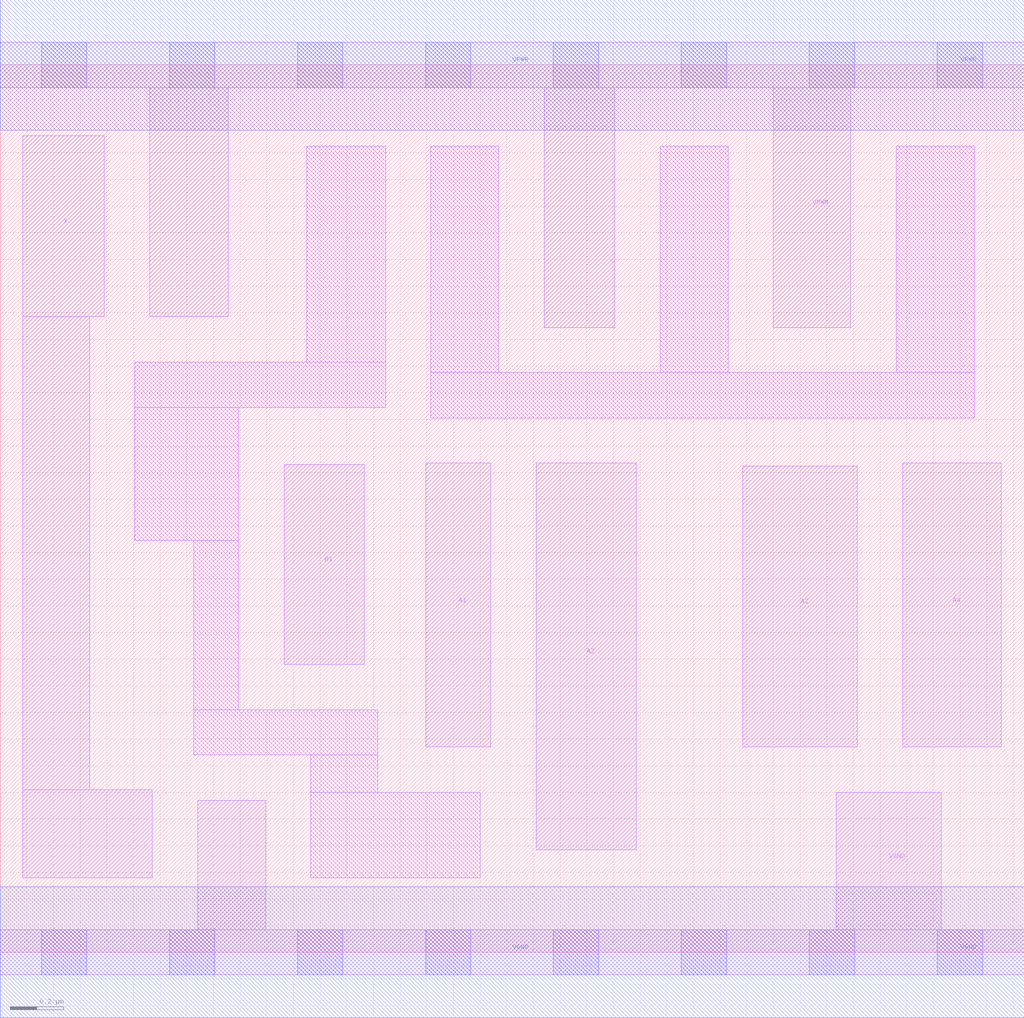
<source format=lef>
# Copyright 2020 The SkyWater PDK Authors
#
# Licensed under the Apache License, Version 2.0 (the "License");
# you may not use this file except in compliance with the License.
# You may obtain a copy of the License at
#
#     https://www.apache.org/licenses/LICENSE-2.0
#
# Unless required by applicable law or agreed to in writing, software
# distributed under the License is distributed on an "AS IS" BASIS,
# WITHOUT WARRANTIES OR CONDITIONS OF ANY KIND, either express or implied.
# See the License for the specific language governing permissions and
# limitations under the License.
#
# SPDX-License-Identifier: Apache-2.0

VERSION 5.7 ;
  NAMESCASESENSITIVE ON ;
  NOWIREEXTENSIONATPIN ON ;
  DIVIDERCHAR "/" ;
  BUSBITCHARS "[]" ;
UNITS
  DATABASE MICRONS 200 ;
END UNITS
MACRO sky130_fd_sc_lp__a41o_0
  CLASS CORE ;
  SOURCE USER ;
  FOREIGN sky130_fd_sc_lp__a41o_0 ;
  ORIGIN  0.000000  0.000000 ;
  SIZE  3.840000 BY  3.330000 ;
  SYMMETRY X Y R90 ;
  SITE unit ;
  PIN A1
    ANTENNAGATEAREA  0.159000 ;
    DIRECTION INPUT ;
    USE SIGNAL ;
    PORT
      LAYER li1 ;
        RECT 1.595000 0.770000 1.840000 1.835000 ;
    END
  END A1
  PIN A2
    ANTENNAGATEAREA  0.159000 ;
    DIRECTION INPUT ;
    USE SIGNAL ;
    PORT
      LAYER li1 ;
        RECT 2.010000 0.385000 2.385000 1.835000 ;
    END
  END A2
  PIN A3
    ANTENNAGATEAREA  0.159000 ;
    DIRECTION INPUT ;
    USE SIGNAL ;
    PORT
      LAYER li1 ;
        RECT 2.785000 0.770000 3.215000 1.825000 ;
    END
  END A3
  PIN A4
    ANTENNAGATEAREA  0.159000 ;
    DIRECTION INPUT ;
    USE SIGNAL ;
    PORT
      LAYER li1 ;
        RECT 3.385000 0.770000 3.755000 1.835000 ;
    END
  END A4
  PIN B1
    ANTENNAGATEAREA  0.159000 ;
    DIRECTION INPUT ;
    USE SIGNAL ;
    PORT
      LAYER li1 ;
        RECT 1.065000 1.080000 1.365000 1.830000 ;
    END
  END B1
  PIN X
    ANTENNADIFFAREA  0.280900 ;
    DIRECTION OUTPUT ;
    USE SIGNAL ;
    PORT
      LAYER li1 ;
        RECT 0.085000 0.280000 0.570000 0.610000 ;
        RECT 0.085000 0.610000 0.335000 2.385000 ;
        RECT 0.085000 2.385000 0.390000 3.065000 ;
    END
  END X
  PIN VGND
    DIRECTION INOUT ;
    USE GROUND ;
    PORT
      LAYER li1 ;
        RECT 0.000000 -0.085000 3.840000 0.085000 ;
        RECT 0.740000  0.085000 0.995000 0.570000 ;
        RECT 3.135000  0.085000 3.530000 0.600000 ;
      LAYER mcon ;
        RECT 0.155000 -0.085000 0.325000 0.085000 ;
        RECT 0.635000 -0.085000 0.805000 0.085000 ;
        RECT 1.115000 -0.085000 1.285000 0.085000 ;
        RECT 1.595000 -0.085000 1.765000 0.085000 ;
        RECT 2.075000 -0.085000 2.245000 0.085000 ;
        RECT 2.555000 -0.085000 2.725000 0.085000 ;
        RECT 3.035000 -0.085000 3.205000 0.085000 ;
        RECT 3.515000 -0.085000 3.685000 0.085000 ;
      LAYER met1 ;
        RECT 0.000000 -0.245000 3.840000 0.245000 ;
    END
  END VGND
  PIN VPWR
    DIRECTION INOUT ;
    USE POWER ;
    PORT
      LAYER li1 ;
        RECT 0.000000 3.245000 3.840000 3.415000 ;
        RECT 0.560000 2.385000 0.855000 3.245000 ;
        RECT 2.040000 2.345000 2.305000 3.245000 ;
        RECT 2.900000 2.345000 3.190000 3.245000 ;
      LAYER mcon ;
        RECT 0.155000 3.245000 0.325000 3.415000 ;
        RECT 0.635000 3.245000 0.805000 3.415000 ;
        RECT 1.115000 3.245000 1.285000 3.415000 ;
        RECT 1.595000 3.245000 1.765000 3.415000 ;
        RECT 2.075000 3.245000 2.245000 3.415000 ;
        RECT 2.555000 3.245000 2.725000 3.415000 ;
        RECT 3.035000 3.245000 3.205000 3.415000 ;
        RECT 3.515000 3.245000 3.685000 3.415000 ;
      LAYER met1 ;
        RECT 0.000000 3.085000 3.840000 3.575000 ;
    END
  END VPWR
  OBS
    LAYER li1 ;
      RECT 0.505000 1.545000 0.895000 2.045000 ;
      RECT 0.505000 2.045000 1.445000 2.215000 ;
      RECT 0.725000 0.740000 1.415000 0.910000 ;
      RECT 0.725000 0.910000 0.895000 1.545000 ;
      RECT 1.150000 2.215000 1.445000 3.025000 ;
      RECT 1.165000 0.280000 1.800000 0.600000 ;
      RECT 1.165000 0.600000 1.415000 0.740000 ;
      RECT 1.615000 2.005000 3.655000 2.175000 ;
      RECT 1.615000 2.175000 1.870000 3.025000 ;
      RECT 2.475000 2.175000 2.730000 3.025000 ;
      RECT 3.360000 2.175000 3.655000 3.025000 ;
  END
END sky130_fd_sc_lp__a41o_0

</source>
